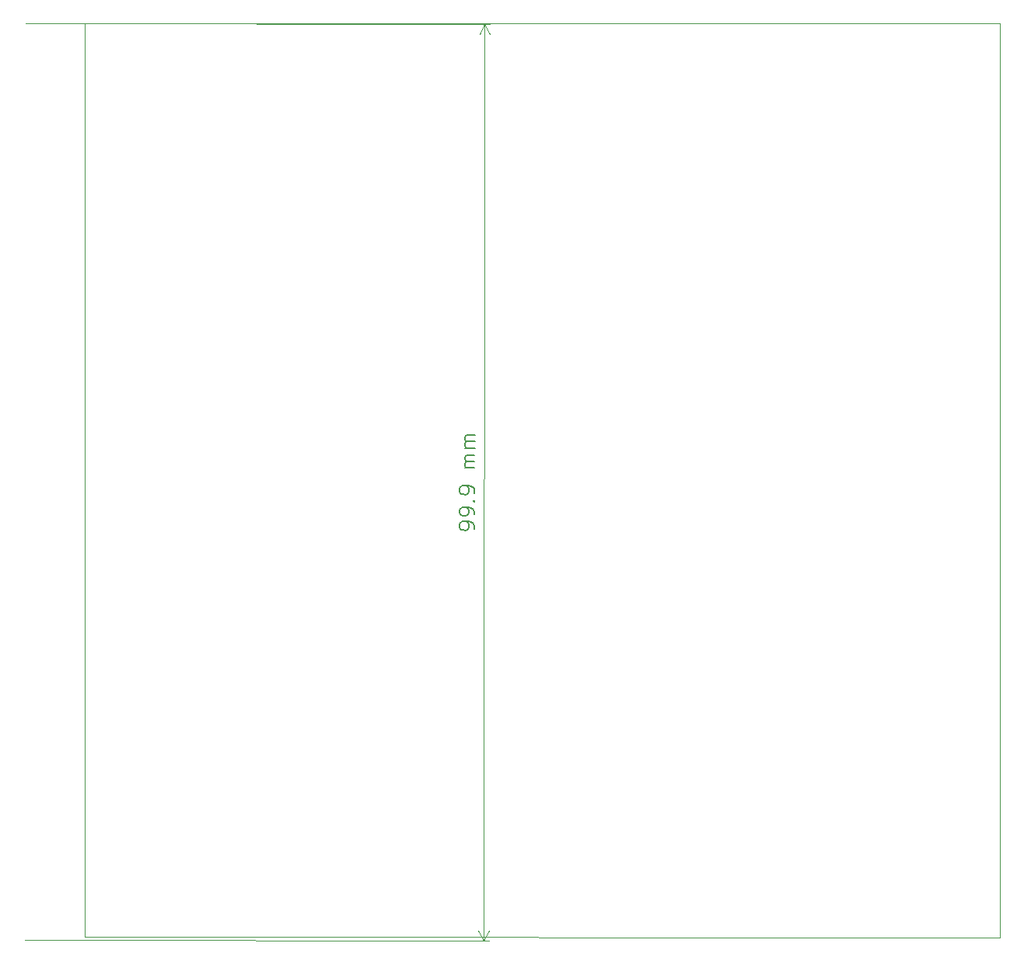
<source format=gbr>
G04 %TF.GenerationSoftware,KiCad,Pcbnew,(6.0.9)@% jlc*
G04 %TF.CreationDate,2023-02-21T16:03:54-05:00@% jlc*
G04 %TF.ProjectId,CMRI_SMD_72IN_Nano_v1,434d5249-5f53-44d4-945f-3732494e5f4e,rev?@% jlc*
G04 %TF.SameCoordinates,Original@% jlc*
G04 %TF.FileFunction,Profile,NP@% jlc*
%FSLAX46Y46*%
G04 Gerber Fmt 4.6, Leading zero omitted, Abs format (unit mm)*
G04 Created by KiCad (PCBNEW (6.0.9)) date 2023-02-21 16:03:54*
%MOMM*%
%LPD*%
G01*
G04 APERTURE LIST*
G04 %TA.AperFunction,Profile@% jlc*
%ADD10C,0.050000*%
G04 %TD@% jlc*
%ADD11C,0.142240*%
G04 APERTURE END LIST*
D10*
X98691600Y-55166100D02*
X98691600Y-154714100D01*
X98691600Y-154714100D02*
X198310600Y-154841100D01*
X198310600Y-154841100D02*
X198310600Y-55166100D01*
X198310600Y-55166100D02*
X98691600Y-55166100D01*
D11*
X141136190Y-110245848D02*
X141136586Y-109934275D01*
X141058891Y-109778390D01*
X140981096Y-109700397D01*
X140747615Y-109544314D01*
X140436141Y-109466025D01*
X139812994Y-109465233D01*
X139657109Y-109542928D01*
X139579117Y-109620723D01*
X139501025Y-109776410D01*
X139500629Y-110087983D01*
X139578325Y-110243869D01*
X139656119Y-110321861D01*
X139811807Y-110399952D01*
X140201273Y-110400447D01*
X140357159Y-110322752D01*
X140435151Y-110244958D01*
X140513242Y-110089270D01*
X140513638Y-109777697D01*
X140435943Y-109621811D01*
X140358148Y-109543819D01*
X140202461Y-109465728D01*
X141138170Y-108687983D02*
X141138566Y-108376410D01*
X141060870Y-108220524D01*
X140983076Y-108142532D01*
X140749594Y-107986449D01*
X140438120Y-107908159D01*
X139814974Y-107907368D01*
X139659088Y-107985063D01*
X139581096Y-108062857D01*
X139503005Y-108218545D01*
X139502609Y-108530118D01*
X139580304Y-108686003D01*
X139658099Y-108763996D01*
X139813786Y-108842087D01*
X140203253Y-108842582D01*
X140359138Y-108764886D01*
X140437130Y-108687092D01*
X140515221Y-108531405D01*
X140515617Y-108219832D01*
X140437922Y-108063946D01*
X140360128Y-107985954D01*
X140204440Y-107907863D01*
X140984264Y-107207813D02*
X141062256Y-107130019D01*
X141140050Y-107208011D01*
X141062058Y-107285805D01*
X140984264Y-107207813D01*
X141140050Y-107208011D01*
X141141139Y-106351185D02*
X141141535Y-106039612D01*
X141063840Y-105883726D01*
X140986045Y-105805734D01*
X140752563Y-105649651D01*
X140441089Y-105571361D01*
X139817943Y-105570570D01*
X139662058Y-105648265D01*
X139584065Y-105726059D01*
X139505974Y-105881747D01*
X139505578Y-106193320D01*
X139583274Y-106349205D01*
X139661068Y-106427198D01*
X139816755Y-106505289D01*
X140206222Y-106505784D01*
X140362107Y-106428088D01*
X140440100Y-106350294D01*
X140518191Y-106194606D01*
X140518587Y-105883033D01*
X140440891Y-105727148D01*
X140363097Y-105649156D01*
X140207409Y-105571064D01*
X141144603Y-103624920D02*
X140054097Y-103623535D01*
X140209884Y-103623733D02*
X140132090Y-103545740D01*
X140054394Y-103389855D01*
X140054691Y-103156175D01*
X140132782Y-103000488D01*
X140288668Y-102922792D01*
X141145494Y-102923881D01*
X140288668Y-102922792D02*
X140132980Y-102844701D01*
X140055285Y-102688815D01*
X140055582Y-102455136D01*
X140133673Y-102299448D01*
X140289559Y-102221753D01*
X141146385Y-102222841D01*
X141147374Y-101443909D02*
X140056869Y-101442523D01*
X140212655Y-101442721D02*
X140134861Y-101364729D01*
X140057166Y-101208843D01*
X140057462Y-100975164D01*
X140135554Y-100819476D01*
X140291439Y-100741781D01*
X141148265Y-100742869D01*
X140291439Y-100741781D02*
X140135752Y-100663689D01*
X140058056Y-100507804D01*
X140058353Y-100274124D01*
X140136444Y-100118437D01*
X140292330Y-100040741D01*
X141149156Y-100041830D01*
D10*
X92265600Y-55146100D02*
X142830556Y-55210350D01*
X92138600Y-155095100D02*
X142703556Y-155159350D01*
X142244137Y-55209605D02*
X142117137Y-155158605D01*
X142244137Y-55209605D02*
X142117137Y-155158605D01*
X142244137Y-55209605D02*
X141656285Y-56335363D01*
X142244137Y-55209605D02*
X142829126Y-56336853D01*
X142117137Y-155158605D02*
X142704989Y-154032847D01*
X142117137Y-155158605D02*
X141532148Y-154031357D01*
M02*

</source>
